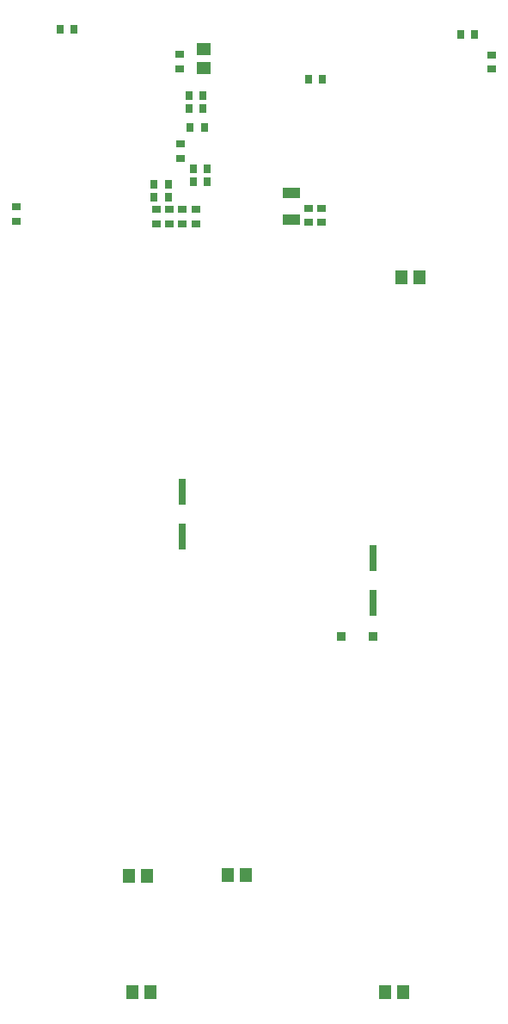
<source format=gbp>
G04*
G04 #@! TF.GenerationSoftware,Altium Limited,CircuitStudio,1.5.1 (13)*
G04*
G04 Layer_Color=16770453*
%FSLAX44Y44*%
%MOMM*%
G71*
G01*
G75*
%ADD10R,0.9000X0.8000*%
%ADD11R,0.8000X0.9000*%
%ADD14R,1.2000X1.4000*%
%ADD15R,1.4000X1.2000*%
%ADD18R,1.7000X1.1000*%
%ADD58R,0.6500X2.6000*%
%ADD59R,0.9000X0.9500*%
D10*
X290576Y1057260D02*
D03*
Y1071260D02*
D03*
X758190Y1220612D02*
D03*
Y1206612D02*
D03*
X590550Y1055990D02*
D03*
Y1069990D02*
D03*
X450850Y1207120D02*
D03*
Y1221120D02*
D03*
X577850Y1055990D02*
D03*
Y1069990D02*
D03*
X453390Y1054834D02*
D03*
Y1068834D02*
D03*
X452374Y1119236D02*
D03*
Y1133236D02*
D03*
X440944Y1068832D02*
D03*
Y1054832D02*
D03*
X428244Y1054720D02*
D03*
Y1068720D02*
D03*
X466852Y1068832D02*
D03*
Y1054832D02*
D03*
D11*
X741568Y1240790D02*
D03*
X727568D02*
D03*
X460360Y1181100D02*
D03*
X474360D02*
D03*
X577708Y1196594D02*
D03*
X591708D02*
D03*
X461630Y1149350D02*
D03*
X475630D02*
D03*
X464424Y1096010D02*
D03*
X478424D02*
D03*
X464424Y1108710D02*
D03*
X478424D02*
D03*
X460360Y1168400D02*
D03*
X474360D02*
D03*
X333106Y1246124D02*
D03*
X347106D02*
D03*
X440070Y1080770D02*
D03*
X426070D02*
D03*
X440070Y1093216D02*
D03*
X426070D02*
D03*
D14*
X498492Y414274D02*
D03*
X516492D02*
D03*
X401210Y414020D02*
D03*
X419210D02*
D03*
X669180Y1002030D02*
D03*
X687180D02*
D03*
X404258Y298958D02*
D03*
X422258D02*
D03*
X653432D02*
D03*
X671432D02*
D03*
D15*
X474726Y1208168D02*
D03*
Y1226168D02*
D03*
D18*
X561340Y1085380D02*
D03*
Y1058380D02*
D03*
D58*
X454000Y791000D02*
D03*
Y747000D02*
D03*
X641500Y682000D02*
D03*
Y726000D02*
D03*
D59*
X610000Y649000D02*
D03*
X641500D02*
D03*
M02*

</source>
